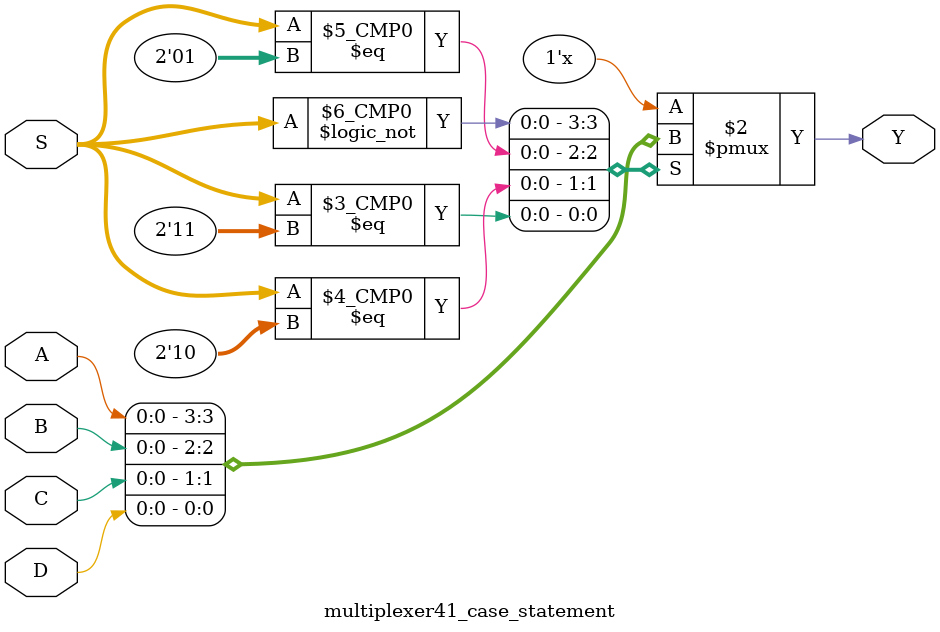
<source format=v>
module multiplexer41_case_statement(Y, A, B, C, D, S);
input A, B, C, D;
input [1:0]S;
output reg Y;

// using case statement
always @*
begin 
case(S)
	2'b00 : Y = A;
	2'b01 : Y = B;
	2'b10 : Y = C;
	2'b11 : Y = D;
	default : Y = 1'bx;
endcase
end 
endmodule
</source>
